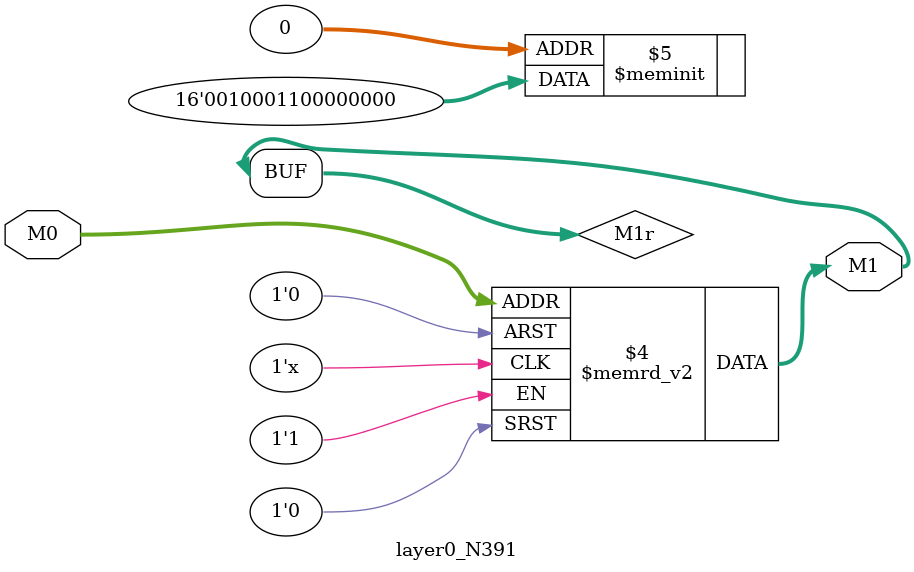
<source format=v>
module layer0_N391 ( input [2:0] M0, output [1:0] M1 );

	(*rom_style = "distributed" *) reg [1:0] M1r;
	assign M1 = M1r;
	always @ (M0) begin
		case (M0)
			3'b000: M1r = 2'b00;
			3'b100: M1r = 2'b11;
			3'b010: M1r = 2'b00;
			3'b110: M1r = 2'b10;
			3'b001: M1r = 2'b00;
			3'b101: M1r = 2'b00;
			3'b011: M1r = 2'b00;
			3'b111: M1r = 2'b00;

		endcase
	end
endmodule

</source>
